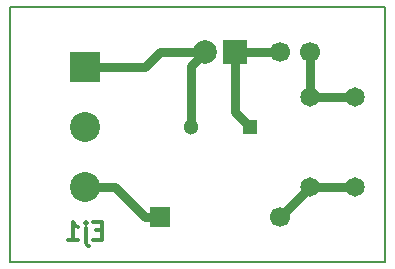
<source format=gbr>
G04 #@! TF.FileFunction,Copper,L2,Bot,Signal*
%FSLAX46Y46*%
G04 Gerber Fmt 4.6, Leading zero omitted, Abs format (unit mm)*
G04 Created by KiCad (PCBNEW 4.0.2-stable) date 07/05/2016 12:23:03 p. m.*
%MOMM*%
G01*
G04 APERTURE LIST*
%ADD10C,0.100000*%
%ADD11C,0.300000*%
%ADD12C,0.150000*%
%ADD13R,1.300000X1.300000*%
%ADD14C,1.300000*%
%ADD15R,2.000000X2.000000*%
%ADD16C,2.000000*%
%ADD17C,1.699260*%
%ADD18R,1.699260X1.699260*%
%ADD19R,2.540000X2.540000*%
%ADD20C,2.540000*%
%ADD21C,1.651000*%
%ADD22C,1.700000*%
%ADD23C,0.800000*%
G04 APERTURE END LIST*
D10*
D11*
X124582857Y-111652857D02*
X124082857Y-111652857D01*
X123868571Y-112438571D02*
X124582857Y-112438571D01*
X124582857Y-110938571D01*
X123868571Y-110938571D01*
X123225714Y-111438571D02*
X123225714Y-112724286D01*
X123297143Y-112867143D01*
X123440000Y-112938571D01*
X123511428Y-112938571D01*
X123225714Y-110938571D02*
X123297143Y-111010000D01*
X123225714Y-111081429D01*
X123154286Y-111010000D01*
X123225714Y-110938571D01*
X123225714Y-111081429D01*
X121725714Y-112438571D02*
X122582857Y-112438571D01*
X122154285Y-112438571D02*
X122154285Y-110938571D01*
X122297142Y-111152857D01*
X122440000Y-111295714D01*
X122582857Y-111367143D01*
D12*
X116840000Y-111760000D02*
X116840000Y-110490000D01*
X116840000Y-114300000D02*
X116840000Y-111760000D01*
X148590000Y-114300000D02*
X116840000Y-114300000D01*
X148590000Y-92710000D02*
X148590000Y-114300000D01*
X116840000Y-92710000D02*
X148590000Y-92710000D01*
X116840000Y-113030000D02*
X116840000Y-92710000D01*
D13*
X137160000Y-102870000D03*
D14*
X132160000Y-102870000D03*
D15*
X135890000Y-96520000D03*
D16*
X133350000Y-96520000D03*
D17*
X139700520Y-110487460D03*
D18*
X129540520Y-110487460D03*
D19*
X123190000Y-97790000D03*
D20*
X123190000Y-102870000D03*
X123190000Y-107950000D03*
D21*
X142240000Y-100330000D03*
X142240000Y-107950000D03*
X146050000Y-100330000D03*
X146050000Y-107950000D03*
D22*
X142240000Y-96520000D03*
X139700000Y-96520000D03*
D23*
X135890000Y-96520000D02*
X139700000Y-96520000D01*
X142240000Y-96520000D02*
X142240000Y-100330000D01*
X146050000Y-100330000D02*
X142240000Y-100330000D01*
X135890000Y-96520000D02*
X135890000Y-101600000D01*
X135890000Y-101600000D02*
X137160000Y-102870000D01*
X132160000Y-102870000D02*
X132160000Y-97710000D01*
X132160000Y-97710000D02*
X133350000Y-96520000D01*
X123190000Y-97790000D02*
X128270000Y-97790000D01*
X129540000Y-96520000D02*
X133350000Y-96520000D01*
X128270000Y-97790000D02*
X129540000Y-96520000D01*
X142240000Y-107950000D02*
X146050000Y-107950000D01*
X139700520Y-110487460D02*
X139702540Y-110487460D01*
X139702540Y-110487460D02*
X142240000Y-107950000D01*
X129540520Y-110487460D02*
X128267460Y-110487460D01*
X125730000Y-107950000D02*
X123190000Y-107950000D01*
X128267460Y-110487460D02*
X125730000Y-107950000D01*
M02*

</source>
